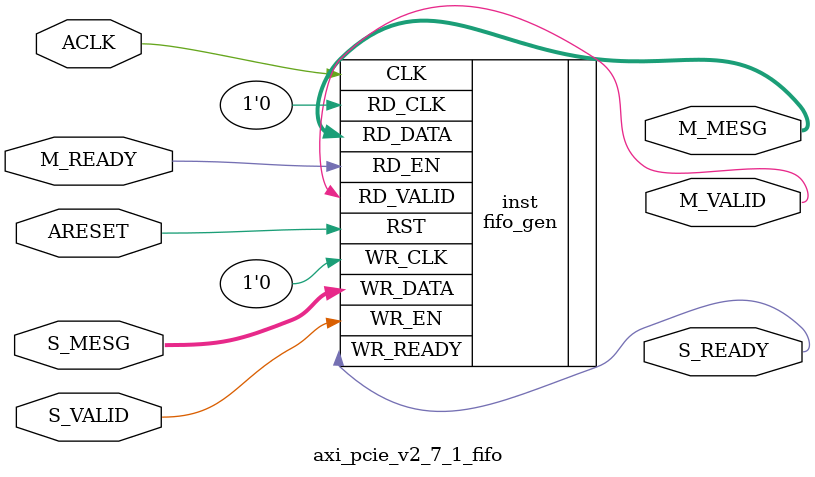
<source format=v>
`timescale 1ns/100ps


module axi_pcie_v2_7_1_fifo #
  (
   parameter         C_FAMILY          = "virtex7",
   parameter integer C_FIFO_DEPTH_LOG  = 5,      // FIFO depth = 2**C_FIFO_DEPTH_LOG
                                                 // Range = [5:9] when TYPE="lut",
                                                 // Range = [5:12] when TYPE="bram",
   parameter integer C_FIFO_WIDTH      = 64,     // Width of payload [1:512]
   parameter         C_FIFO_TYPE       = "lut"   // "lut" = LUT (SRL) based,
                                                 // "bram" = BRAM based
   )
  (
   // Global inputs
   input  wire                        ACLK,    // Clock
   input  wire                        ARESET,  // Reset
   // Slave  Port
   input  wire [C_FIFO_WIDTH-1:0]     S_MESG,  // Payload (may be any set of channel signals)
   input  wire                        S_VALID, // FIFO push
   output wire                        S_READY, // FIFO not full
   // Master  Port
   output wire [C_FIFO_WIDTH-1:0]     M_MESG,  // Payload
   output wire                        M_VALID, // FIFO not empty
   input  wire                        M_READY  // FIFO pop
   );

   fifo_gen #(
     .C_FAMILY(C_FAMILY),
     .C_COMMON_CLOCK(1),
     .C_FIFO_DEPTH_LOG(C_FIFO_DEPTH_LOG),
     .C_FIFO_WIDTH(C_FIFO_WIDTH),
     .C_FIFO_TYPE(C_FIFO_TYPE))
   inst (
     .CLK(ACLK),
     .RST(ARESET),
     .WR_CLK(1'b0),
     .WR_EN(S_VALID),
     .WR_READY(S_READY),
     .WR_DATA(S_MESG),
     .RD_CLK(1'b0),
     .RD_EN(M_READY),
     .RD_VALID(M_VALID),
     .RD_DATA(M_MESG));

endmodule

</source>
